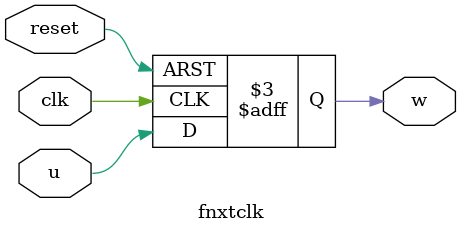
<source format=v>

module t (/*AUTOARG*/
   // Inputs
   clk
   );
   input clk;

   wire  b;
   reg 	 reset;
   integer 	cyc=0;

   Testit testit (/*AUTOINST*/
		  // Outputs
		  .b			(b),
		  // Inputs
		  .clk			(clk),
		  .reset		(reset));

   always @ (posedge clk) begin
      cyc <= cyc + 1;
      if (cyc==0) begin
	 reset <= 1'b0;
      end
      else if (cyc<10) begin
	 reset <= 1'b1;
      end
      else if (cyc<90) begin
	 reset <= 1'b0;
      end
      else if (cyc==99) begin
	 $write("*-* All Finished *-*\n");
	 $finish;
      end
   end

endmodule

module Testit (clk, reset, b);
   input                  clk;
   input 		  reset;
   output 		  b;

   wire [0:0] 		  c;
   wire 		  my_sig;
   wire [0:0] 		  d;

   genvar 		     i;
   generate
      for(i = 0; i >= 0; i = i-1) begin: fnxtclk1
	 fnxtclk fnxtclk1
	   (.u(c[i]),
	    .reset(reset),
	    .clk(clk),
	    .w(d[i]) );
      end
   endgenerate

   assign b                    = d[0];
   assign c[0]                 = my_sig;
   assign my_sig               = 1'b1;

endmodule 

module fnxtclk (u, reset, clk, w );
   input                    u;
   input 		    reset;
   input 		    clk;
   output reg 		    w;

   always @ (posedge clk or posedge reset) begin
      if (reset == 1'b1) begin
         w            <= 1'b0;
      end
      else begin
         w            <= u;
      end
   end 

endmodule 


</source>
